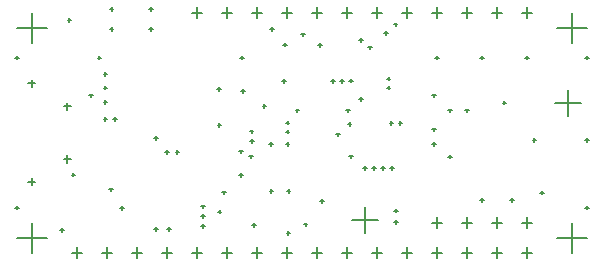
<source format=gbr>
%TF.GenerationSoftware,Altium Limited,Altium Designer,20.1.11 (218)*%
G04 Layer_Color=128*
%FSLAX26Y26*%
%MOIN*%
%TF.SameCoordinates,3C5C7FA7-1F59-4671-A418-6E2A2DAA0BFA*%
%TF.FilePolarity,Positive*%
%TF.FileFunction,Drillmap*%
%TF.Part,Single*%
G01*
G75*
%TA.AperFunction,NonConductor*%
%ADD64C,0.005000*%
D64*
X1532284Y150000D02*
X1567716D01*
X1550000Y132284D02*
Y167716D01*
X1432284Y150000D02*
X1467716D01*
X1450000Y132284D02*
Y167716D01*
X1632284Y150000D02*
X1667716D01*
X1650000Y132284D02*
Y167716D01*
X1732284Y150000D02*
X1767716D01*
X1750000Y132284D02*
Y167716D01*
X1842540Y548048D02*
X1929154D01*
X1885847Y504741D02*
Y591356D01*
X1167540Y158048D02*
X1254154D01*
X1210847Y114741D02*
Y201356D01*
X632284Y850000D02*
X667716D01*
X650000Y832284D02*
Y867716D01*
X732284Y850000D02*
X767716D01*
X750000Y832284D02*
Y867716D01*
X832284Y850000D02*
X867716D01*
X850000Y832284D02*
Y867716D01*
X932284Y850000D02*
X967716D01*
X950000Y832284D02*
Y867716D01*
X1132284Y850000D02*
X1167716D01*
X1150000Y832284D02*
Y867716D01*
X1232284Y850000D02*
X1267716D01*
X1250000Y832284D02*
Y867716D01*
X1032284Y850000D02*
X1067716D01*
X1050000Y832284D02*
Y867716D01*
X1632284Y850000D02*
X1667716D01*
X1650000Y832284D02*
Y867716D01*
X1732284Y850000D02*
X1767716D01*
X1750000Y832284D02*
Y867716D01*
X1332284Y850000D02*
X1367716D01*
X1350000Y832284D02*
Y867716D01*
X1532284Y850000D02*
X1567716D01*
X1550000Y832284D02*
Y867716D01*
X1432284Y850000D02*
X1467716D01*
X1450000Y832284D02*
Y867716D01*
X1232284Y50000D02*
X1267716D01*
X1250000Y32283D02*
Y67716D01*
X1132284Y50000D02*
X1167716D01*
X1150000Y32283D02*
Y67716D01*
X1332284Y50000D02*
X1367716D01*
X1350000Y32283D02*
Y67716D01*
X932284Y50000D02*
X967716D01*
X950000Y32283D02*
Y67716D01*
X832284Y50000D02*
X867716D01*
X850000Y32283D02*
Y67716D01*
X1032284Y50000D02*
X1067716D01*
X1050000Y32283D02*
Y67716D01*
X1632284Y50000D02*
X1667716D01*
X1650000Y32283D02*
Y67716D01*
X1732284Y50000D02*
X1767716D01*
X1750000Y32283D02*
Y67716D01*
X1432284Y50000D02*
X1467716D01*
X1450000Y32283D02*
Y67716D01*
X1532284Y50000D02*
X1567716D01*
X1550000Y32283D02*
Y67716D01*
X232284Y50000D02*
X267716D01*
X250000Y32283D02*
Y67716D01*
X332284Y50000D02*
X367716D01*
X350000Y32283D02*
Y67716D01*
X432284Y50000D02*
X467716D01*
X450000Y32283D02*
Y67716D01*
X532284Y50000D02*
X567716D01*
X550000Y32283D02*
Y67716D01*
X732284Y50000D02*
X767716D01*
X750000Y32283D02*
Y67716D01*
X632284Y50000D02*
X667716D01*
X650000Y32283D02*
Y67716D01*
X88189Y285630D02*
X111811D01*
X100000Y273819D02*
Y297441D01*
X88189Y614370D02*
X111811D01*
X100000Y602559D02*
Y626181D01*
X205315Y362402D02*
X230905D01*
X218110Y349606D02*
Y375197D01*
X205315Y537598D02*
X230905D01*
X218110Y524803D02*
Y550394D01*
X50000Y800000D02*
X150000D01*
X100000Y750000D02*
Y850000D01*
X1850000Y100000D02*
X1950000D01*
X1900000Y50000D02*
Y150000D01*
X1850000Y800000D02*
X1950000D01*
X1900000Y750000D02*
Y850000D01*
X50000Y100000D02*
X150000D01*
X100000Y50000D02*
Y150000D01*
X1006000Y144000D02*
X1018000D01*
X1012000Y138000D02*
Y150000D01*
X1944000Y200000D02*
X1956000D01*
X1950000Y194000D02*
Y206000D01*
X1055000Y743000D02*
X1067000D01*
X1061000Y737000D02*
Y749000D01*
X194000Y125000D02*
X206000D01*
X200000Y119000D02*
Y131000D01*
X44000Y200000D02*
X56000D01*
X50000Y194000D02*
Y206000D01*
X319000Y700000D02*
X331000D01*
X325000Y694000D02*
Y706000D01*
X44000Y700000D02*
X56000D01*
X50000Y694000D02*
Y706000D01*
X219000Y825000D02*
X231000D01*
X225000Y819000D02*
Y831000D01*
X794000Y700000D02*
X806000D01*
X800000Y694000D02*
Y706000D01*
X1444000Y700000D02*
X1456000D01*
X1450000Y694000D02*
Y706000D01*
X1594000Y225000D02*
X1606000D01*
X1600000Y219000D02*
Y231000D01*
X1694000Y225000D02*
X1706000D01*
X1700000Y219000D02*
Y231000D01*
X1794000Y250000D02*
X1806000D01*
X1800000Y244000D02*
Y256000D01*
X1669000Y550000D02*
X1681000D01*
X1675000Y544000D02*
Y556000D01*
X1594000Y700000D02*
X1606000D01*
X1600000Y694000D02*
Y706000D01*
X1744000Y700000D02*
X1756000D01*
X1750000Y694000D02*
Y706000D01*
X1769000Y425000D02*
X1781000D01*
X1775000Y419000D02*
Y431000D01*
X1944000Y425000D02*
X1956000D01*
X1950000Y419000D02*
Y431000D01*
X1944000Y700000D02*
X1956000D01*
X1950000Y694000D02*
Y706000D01*
X1156830Y370541D02*
X1168830D01*
X1162830Y364541D02*
Y376541D01*
X945986Y412474D02*
X957986D01*
X951986Y406474D02*
Y418474D01*
X891505Y412474D02*
X903505D01*
X897505Y406474D02*
Y418474D01*
X1148000Y524034D02*
X1160000D01*
X1154000Y518034D02*
Y530034D01*
X979150Y523954D02*
X991150D01*
X985150Y517954D02*
Y529954D01*
X934203Y622116D02*
X946203D01*
X940203Y616116D02*
Y628116D01*
X868747Y538389D02*
X880747D01*
X874747Y532389D02*
Y544389D01*
X491852Y861477D02*
X503852D01*
X497852Y855477D02*
Y867477D01*
X491852Y795000D02*
X503852D01*
X497852Y789000D02*
Y801000D01*
X359604Y795000D02*
X371604D01*
X365604Y789000D02*
Y801000D01*
X359604Y861477D02*
X371604D01*
X365604Y855477D02*
Y867477D01*
X508186Y432397D02*
X520186D01*
X514186Y426397D02*
Y438397D01*
X734109Y251000D02*
X746109D01*
X740109Y245000D02*
Y257000D01*
X550638Y129191D02*
X562638D01*
X556638Y123191D02*
Y135191D01*
X393370Y199675D02*
X405370D01*
X399370Y193675D02*
Y205675D01*
X357853Y260551D02*
X369853D01*
X363853Y254551D02*
Y266551D01*
X232385Y310056D02*
X244385D01*
X238385Y304056D02*
Y316056D01*
X339000Y551576D02*
X351000D01*
X345000Y545576D02*
Y557576D01*
X339000Y645025D02*
X351000D01*
X345000Y639025D02*
Y651025D01*
X339000Y600000D02*
X351000D01*
X345000Y594000D02*
Y606000D01*
X291177Y574357D02*
X303177D01*
X297177Y568357D02*
Y580357D01*
X1543508Y523954D02*
X1555508D01*
X1549508Y517954D02*
Y529954D01*
X893321Y795561D02*
X905321D01*
X899321Y789561D02*
Y801561D01*
X719640Y186725D02*
X731640D01*
X725640Y180725D02*
Y192725D01*
X790047Y387549D02*
X802047D01*
X796047Y381549D02*
Y393549D01*
X825109Y370831D02*
X837109D01*
X831109Y364831D02*
Y376831D01*
X791025Y309000D02*
X803025D01*
X797025Y303000D02*
Y315000D01*
X718272Y595272D02*
X730272D01*
X724272Y589272D02*
Y601272D01*
X797000Y589000D02*
X809000D01*
X803000Y583000D02*
Y595000D01*
X937091Y743387D02*
X949091D01*
X943091Y737387D02*
Y749387D01*
X719000Y475466D02*
X731000D01*
X725000Y469466D02*
Y481466D01*
X834750Y143000D02*
X846750D01*
X840750Y137000D02*
Y149000D01*
X949161Y115000D02*
X961161D01*
X955161Y109000D02*
Y121000D01*
X664379Y204400D02*
X676379D01*
X670379Y198400D02*
Y210400D01*
X664000Y171414D02*
X676000D01*
X670000Y165414D02*
Y177414D01*
X664379Y138428D02*
X676379D01*
X670379Y132428D02*
Y144428D01*
X1061000Y223000D02*
X1073000D01*
X1067000Y217000D02*
Y229000D01*
X949650Y254800D02*
X961650D01*
X955650Y248800D02*
Y260800D01*
X892000Y255000D02*
X904000D01*
X898000Y249000D02*
Y261000D01*
X1308000Y189883D02*
X1320000D01*
X1314000Y183883D02*
Y195883D01*
X1308000Y152000D02*
X1320000D01*
X1314000Y146000D02*
Y158000D01*
X1434492Y413000D02*
X1446492D01*
X1440492Y407000D02*
Y419000D01*
X1487748Y370411D02*
X1499748D01*
X1493748Y364411D02*
Y376411D01*
X1220000Y734000D02*
X1232000D01*
X1226000Y728000D02*
Y740000D01*
X1191000Y758000D02*
X1203000D01*
X1197000Y752000D02*
Y764000D01*
X1274000Y783000D02*
X1286000D01*
X1280000Y777000D02*
Y789000D01*
X1306000Y811000D02*
X1318000D01*
X1312000Y805000D02*
Y817000D01*
X1126655Y622116D02*
X1138655D01*
X1132655Y616116D02*
Y628116D01*
X1283000Y630000D02*
X1295000D01*
X1289000Y624000D02*
Y636000D01*
X1283000Y600000D02*
X1295000D01*
X1289000Y594000D02*
Y606000D01*
X1488000Y523954D02*
X1500000D01*
X1494000Y517954D02*
Y529954D01*
X1434492Y574327D02*
X1446492D01*
X1440492Y568327D02*
Y580327D01*
X997334Y777671D02*
X1009334D01*
X1003334Y771671D02*
Y783671D01*
X1153000Y479000D02*
X1165000D01*
X1159000Y473000D02*
Y485000D01*
X1157738Y623407D02*
X1169738D01*
X1163738Y617407D02*
Y629407D01*
X1191735Y561566D02*
X1203735D01*
X1197735Y555566D02*
Y567566D01*
X1096655Y622116D02*
X1108655D01*
X1102655Y616116D02*
Y628116D01*
X1295000Y332000D02*
X1307000D01*
X1301000Y326000D02*
Y338000D01*
X1265000Y332000D02*
X1277000D01*
X1271000Y326000D02*
Y338000D01*
X1235000Y332000D02*
X1247000D01*
X1241000Y326000D02*
Y338000D01*
X1205000Y332000D02*
X1217000D01*
X1211000Y326000D02*
Y338000D01*
X1114000Y444000D02*
X1126000D01*
X1120000Y438000D02*
Y450000D01*
X1434492Y461000D02*
X1446492D01*
X1440492Y455000D02*
Y467000D01*
X508186Y127915D02*
X520186D01*
X514186Y121915D02*
Y133915D01*
X1292000Y482387D02*
X1304000D01*
X1298000Y476387D02*
Y488387D01*
X1322000Y482387D02*
X1334000D01*
X1328000Y476387D02*
Y488387D01*
X827158Y422553D02*
X839158D01*
X833158Y416553D02*
Y428553D01*
X945986Y453378D02*
X957986D01*
X951986Y447378D02*
Y459378D01*
X945986Y483378D02*
X957986D01*
X951986Y477378D02*
Y489378D01*
X826000Y454000D02*
X838000D01*
X832000Y448000D02*
Y460000D01*
X371508Y495000D02*
X383508D01*
X377508Y489000D02*
Y501000D01*
X339000Y495000D02*
X351000D01*
X345000Y489000D02*
Y501000D01*
X579000Y385000D02*
X591000D01*
X585000Y379000D02*
Y391000D01*
X544000Y385000D02*
X556000D01*
X550000Y379000D02*
Y391000D01*
%TF.MD5,b8a1977556bfb7f26e92eee005efaed3*%
M02*

</source>
